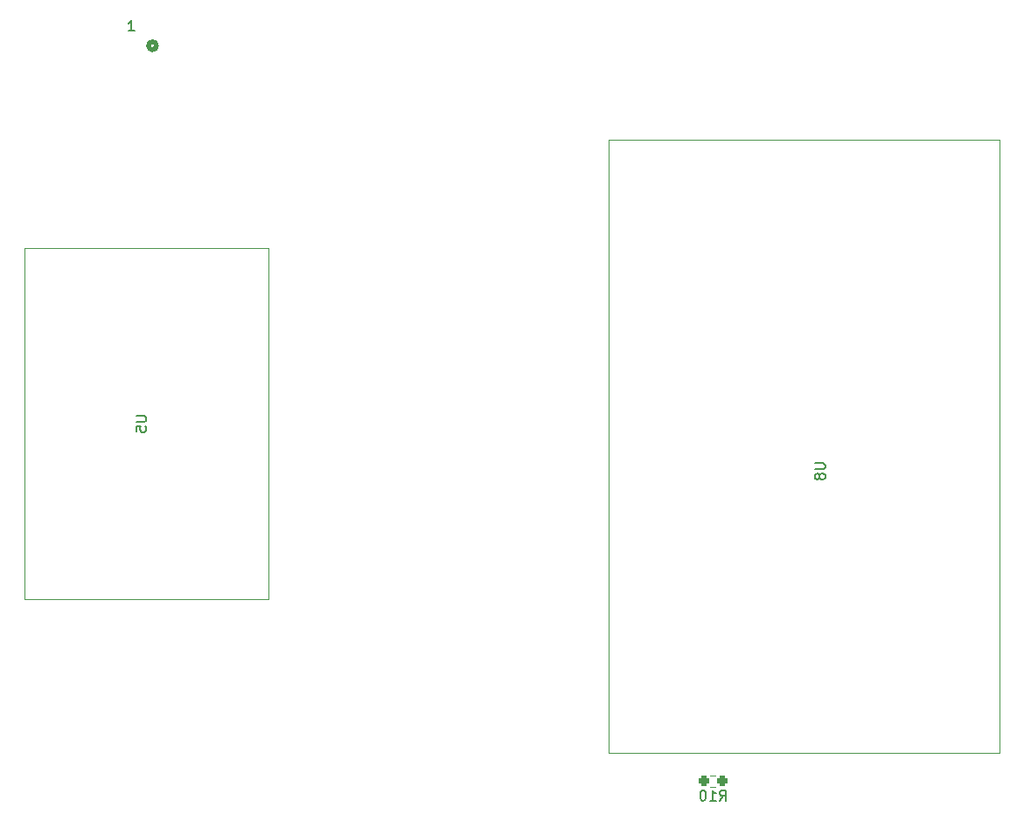
<source format=gbo>
%TF.GenerationSoftware,KiCad,Pcbnew,8.0.4*%
%TF.CreationDate,2025-01-10T12:27:39-08:00*%
%TF.ProjectId,X17-Power-Slab-Master,5831372d-506f-4776-9572-2d536c61622d,rev?*%
%TF.SameCoordinates,Original*%
%TF.FileFunction,Legend,Bot*%
%TF.FilePolarity,Positive*%
%FSLAX46Y46*%
G04 Gerber Fmt 4.6, Leading zero omitted, Abs format (unit mm)*
G04 Created by KiCad (PCBNEW 8.0.4) date 2025-01-10 12:27:39*
%MOMM*%
%LPD*%
G01*
G04 APERTURE LIST*
G04 Aperture macros list*
%AMRoundRect*
0 Rectangle with rounded corners*
0 $1 Rounding radius*
0 $2 $3 $4 $5 $6 $7 $8 $9 X,Y pos of 4 corners*
0 Add a 4 corners polygon primitive as box body*
4,1,4,$2,$3,$4,$5,$6,$7,$8,$9,$2,$3,0*
0 Add four circle primitives for the rounded corners*
1,1,$1+$1,$2,$3*
1,1,$1+$1,$4,$5*
1,1,$1+$1,$6,$7*
1,1,$1+$1,$8,$9*
0 Add four rect primitives between the rounded corners*
20,1,$1+$1,$2,$3,$4,$5,0*
20,1,$1+$1,$4,$5,$6,$7,0*
20,1,$1+$1,$6,$7,$8,$9,0*
20,1,$1+$1,$8,$9,$2,$3,0*%
G04 Aperture macros list end*
%ADD10C,0.150000*%
%ADD11C,0.152400*%
%ADD12C,0.508000*%
%ADD13C,0.100000*%
%ADD14C,0.120000*%
%ADD15C,1.734000*%
%ADD16RoundRect,0.102000X-0.765000X-0.765000X0.765000X-0.765000X0.765000X0.765000X-0.765000X0.765000X0*%
%ADD17C,3.200000*%
%ADD18R,1.700000X1.700000*%
%ADD19O,1.700000X1.700000*%
%ADD20C,2.032000*%
%ADD21C,3.500000*%
%ADD22RoundRect,0.237500X-0.250000X-0.237500X0.250000X-0.237500X0.250000X0.237500X-0.250000X0.237500X0*%
%ADD23C,2.600000*%
%ADD24C,3.100000*%
%ADD25C,1.600000*%
%ADD26C,3.810000*%
G04 APERTURE END LIST*
D10*
X83673714Y-50454819D02*
X83102286Y-50454819D01*
X83388000Y-50454819D02*
X83388000Y-49454819D01*
X83388000Y-49454819D02*
X83292762Y-49597676D01*
X83292762Y-49597676D02*
X83197524Y-49692914D01*
X83197524Y-49692914D02*
X83102286Y-49740533D01*
D11*
X83834694Y-87768095D02*
X84644217Y-87768095D01*
X84644217Y-87768095D02*
X84739455Y-87815714D01*
X84739455Y-87815714D02*
X84787075Y-87863333D01*
X84787075Y-87863333D02*
X84834694Y-87958571D01*
X84834694Y-87958571D02*
X84834694Y-88149047D01*
X84834694Y-88149047D02*
X84787075Y-88244285D01*
X84787075Y-88244285D02*
X84739455Y-88291904D01*
X84739455Y-88291904D02*
X84644217Y-88339523D01*
X84644217Y-88339523D02*
X83834694Y-88339523D01*
X83834694Y-89291904D02*
X83834694Y-88815714D01*
X83834694Y-88815714D02*
X84310884Y-88768095D01*
X84310884Y-88768095D02*
X84263265Y-88815714D01*
X84263265Y-88815714D02*
X84215646Y-88910952D01*
X84215646Y-88910952D02*
X84215646Y-89149047D01*
X84215646Y-89149047D02*
X84263265Y-89244285D01*
X84263265Y-89244285D02*
X84310884Y-89291904D01*
X84310884Y-89291904D02*
X84406122Y-89339523D01*
X84406122Y-89339523D02*
X84644217Y-89339523D01*
X84644217Y-89339523D02*
X84739455Y-89291904D01*
X84739455Y-89291904D02*
X84787075Y-89244285D01*
X84787075Y-89244285D02*
X84834694Y-89149047D01*
X84834694Y-89149047D02*
X84834694Y-88910952D01*
X84834694Y-88910952D02*
X84787075Y-88815714D01*
X84787075Y-88815714D02*
X84739455Y-88768095D01*
D10*
X140342857Y-125084819D02*
X140676190Y-124608628D01*
X140914285Y-125084819D02*
X140914285Y-124084819D01*
X140914285Y-124084819D02*
X140533333Y-124084819D01*
X140533333Y-124084819D02*
X140438095Y-124132438D01*
X140438095Y-124132438D02*
X140390476Y-124180057D01*
X140390476Y-124180057D02*
X140342857Y-124275295D01*
X140342857Y-124275295D02*
X140342857Y-124418152D01*
X140342857Y-124418152D02*
X140390476Y-124513390D01*
X140390476Y-124513390D02*
X140438095Y-124561009D01*
X140438095Y-124561009D02*
X140533333Y-124608628D01*
X140533333Y-124608628D02*
X140914285Y-124608628D01*
X139390476Y-125084819D02*
X139961904Y-125084819D01*
X139676190Y-125084819D02*
X139676190Y-124084819D01*
X139676190Y-124084819D02*
X139771428Y-124227676D01*
X139771428Y-124227676D02*
X139866666Y-124322914D01*
X139866666Y-124322914D02*
X139961904Y-124370533D01*
X138771428Y-124084819D02*
X138676190Y-124084819D01*
X138676190Y-124084819D02*
X138580952Y-124132438D01*
X138580952Y-124132438D02*
X138533333Y-124180057D01*
X138533333Y-124180057D02*
X138485714Y-124275295D01*
X138485714Y-124275295D02*
X138438095Y-124465771D01*
X138438095Y-124465771D02*
X138438095Y-124703866D01*
X138438095Y-124703866D02*
X138485714Y-124894342D01*
X138485714Y-124894342D02*
X138533333Y-124989580D01*
X138533333Y-124989580D02*
X138580952Y-125037200D01*
X138580952Y-125037200D02*
X138676190Y-125084819D01*
X138676190Y-125084819D02*
X138771428Y-125084819D01*
X138771428Y-125084819D02*
X138866666Y-125037200D01*
X138866666Y-125037200D02*
X138914285Y-124989580D01*
X138914285Y-124989580D02*
X138961904Y-124894342D01*
X138961904Y-124894342D02*
X139009523Y-124703866D01*
X139009523Y-124703866D02*
X139009523Y-124465771D01*
X139009523Y-124465771D02*
X138961904Y-124275295D01*
X138961904Y-124275295D02*
X138914285Y-124180057D01*
X138914285Y-124180057D02*
X138866666Y-124132438D01*
X138866666Y-124132438D02*
X138771428Y-124084819D01*
D11*
X149544694Y-92378095D02*
X150354217Y-92378095D01*
X150354217Y-92378095D02*
X150449455Y-92425714D01*
X150449455Y-92425714D02*
X150497075Y-92473333D01*
X150497075Y-92473333D02*
X150544694Y-92568571D01*
X150544694Y-92568571D02*
X150544694Y-92759047D01*
X150544694Y-92759047D02*
X150497075Y-92854285D01*
X150497075Y-92854285D02*
X150449455Y-92901904D01*
X150449455Y-92901904D02*
X150354217Y-92949523D01*
X150354217Y-92949523D02*
X149544694Y-92949523D01*
X149973265Y-93568571D02*
X149925646Y-93473333D01*
X149925646Y-93473333D02*
X149878027Y-93425714D01*
X149878027Y-93425714D02*
X149782789Y-93378095D01*
X149782789Y-93378095D02*
X149735170Y-93378095D01*
X149735170Y-93378095D02*
X149639932Y-93425714D01*
X149639932Y-93425714D02*
X149592313Y-93473333D01*
X149592313Y-93473333D02*
X149544694Y-93568571D01*
X149544694Y-93568571D02*
X149544694Y-93759047D01*
X149544694Y-93759047D02*
X149592313Y-93854285D01*
X149592313Y-93854285D02*
X149639932Y-93901904D01*
X149639932Y-93901904D02*
X149735170Y-93949523D01*
X149735170Y-93949523D02*
X149782789Y-93949523D01*
X149782789Y-93949523D02*
X149878027Y-93901904D01*
X149878027Y-93901904D02*
X149925646Y-93854285D01*
X149925646Y-93854285D02*
X149973265Y-93759047D01*
X149973265Y-93759047D02*
X149973265Y-93568571D01*
X149973265Y-93568571D02*
X150020884Y-93473333D01*
X150020884Y-93473333D02*
X150068503Y-93425714D01*
X150068503Y-93425714D02*
X150163741Y-93378095D01*
X150163741Y-93378095D02*
X150354217Y-93378095D01*
X150354217Y-93378095D02*
X150449455Y-93425714D01*
X150449455Y-93425714D02*
X150497075Y-93473333D01*
X150497075Y-93473333D02*
X150544694Y-93568571D01*
X150544694Y-93568571D02*
X150544694Y-93759047D01*
X150544694Y-93759047D02*
X150497075Y-93854285D01*
X150497075Y-93854285D02*
X150449455Y-93901904D01*
X150449455Y-93901904D02*
X150354217Y-93949523D01*
X150354217Y-93949523D02*
X150163741Y-93949523D01*
X150163741Y-93949523D02*
X150068503Y-93901904D01*
X150068503Y-93901904D02*
X150020884Y-93854285D01*
X150020884Y-93854285D02*
X149973265Y-93759047D01*
D12*
%TO.C,J3*%
X85801000Y-51905000D02*
G75*
G02*
X85039000Y-51905000I-381000J0D01*
G01*
X85039000Y-51905000D02*
G75*
G02*
X85801000Y-51905000I381000J0D01*
G01*
%TO.C,U5*%
D13*
X73070000Y-71510000D02*
X96690000Y-71510000D01*
X96690000Y-105550000D01*
X73070000Y-105550000D01*
X73070000Y-71510000D01*
D14*
%TO.C,R10*%
X139954724Y-122677500D02*
X139445276Y-122677500D01*
X139954724Y-123722500D02*
X139445276Y-123722500D01*
%TO.C,U8*%
D13*
X129600000Y-61050000D02*
X167400000Y-61050000D01*
X167400000Y-120450000D01*
X129600000Y-120450000D01*
X129600000Y-61050000D01*
%TD*%
%LPC*%
D15*
%TO.C,J2*%
X126500000Y-129500000D03*
X126500000Y-132000000D03*
X126500000Y-134500000D03*
X126500000Y-137000000D03*
X126500000Y-139500000D03*
X123500000Y-139500000D03*
X123500000Y-137000000D03*
X123500000Y-134500000D03*
X123500000Y-132000000D03*
X123500000Y-129500000D03*
X121000000Y-129500000D03*
X121000000Y-132000000D03*
X121000000Y-134500000D03*
X121000000Y-137000000D03*
X121000000Y-139500000D03*
X118000000Y-139500000D03*
X118000000Y-137000000D03*
X118000000Y-134500000D03*
X118000000Y-132000000D03*
X118000000Y-129500000D03*
X115500000Y-129500000D03*
X115500000Y-132000000D03*
X115500000Y-134500000D03*
X115500000Y-137000000D03*
X115500000Y-139500000D03*
X112500000Y-139500000D03*
X112500000Y-137000000D03*
X112500000Y-134500000D03*
X112500000Y-132000000D03*
X112500000Y-129500000D03*
X110000000Y-129500000D03*
X110000000Y-132000000D03*
X110000000Y-134500000D03*
X110000000Y-137000000D03*
X110000000Y-139500000D03*
X107000000Y-139500000D03*
X107000000Y-137000000D03*
X107000000Y-134500000D03*
X107000000Y-132000000D03*
X107000000Y-129500000D03*
X79240000Y-129500000D03*
X79240000Y-132000000D03*
X79240000Y-134500000D03*
X79240000Y-137000000D03*
X79240000Y-139500000D03*
X76240000Y-139500000D03*
X76240000Y-137000000D03*
X76240000Y-134500000D03*
X76240000Y-132000000D03*
X76240000Y-129500000D03*
X73740000Y-129500000D03*
X73740000Y-132000000D03*
X73740000Y-134500000D03*
X73740000Y-137000000D03*
X73740000Y-139500000D03*
X70740000Y-139500000D03*
X70740000Y-137000000D03*
X70740000Y-134500000D03*
X70740000Y-132000000D03*
X70740000Y-129500000D03*
X68240000Y-129500000D03*
X68240000Y-132000000D03*
X68240000Y-134500000D03*
X68240000Y-137000000D03*
X68240000Y-139500000D03*
X65240000Y-139500000D03*
X65240000Y-137000000D03*
X65240000Y-134500000D03*
X65240000Y-132000000D03*
X65240000Y-129500000D03*
X62740000Y-129500000D03*
X62740000Y-132000000D03*
X62740000Y-134500000D03*
X62740000Y-137000000D03*
X62740000Y-139500000D03*
X59740000Y-139500000D03*
X59740000Y-137000000D03*
X59740000Y-134500000D03*
X59740000Y-132000000D03*
X59740000Y-129500000D03*
X102190000Y-132920000D03*
X99650000Y-132920000D03*
X97110000Y-132920000D03*
X94570000Y-132920000D03*
X92030000Y-132920000D03*
X89490000Y-132920000D03*
X86950000Y-132920000D03*
X84410000Y-132920000D03*
X102190000Y-135460000D03*
X99650000Y-135460000D03*
X97110000Y-135460000D03*
X94570000Y-135460000D03*
X92030000Y-135460000D03*
X89490000Y-135460000D03*
X86950000Y-135460000D03*
X84410000Y-135460000D03*
X102190000Y-138000000D03*
X99650000Y-138000000D03*
X97110000Y-138000000D03*
X94570000Y-138000000D03*
X92030000Y-138000000D03*
X89490000Y-138000000D03*
X86950000Y-138000000D03*
D16*
X84410000Y-138000000D03*
D17*
X132000000Y-134500000D03*
X54240000Y-134500000D03*
%TD*%
D18*
%TO.C,J1*%
X126590000Y-79165000D03*
D19*
X124050000Y-79165000D03*
X121510000Y-79165000D03*
X118970000Y-79165000D03*
X116430000Y-79165000D03*
X113890000Y-79165000D03*
D18*
X126590000Y-116590000D03*
D19*
X124050000Y-116590000D03*
X121510000Y-116590000D03*
X118970000Y-116590000D03*
X116430000Y-116590000D03*
X113890000Y-116590000D03*
%TD*%
D20*
%TO.C,J3*%
X85420000Y-50000000D03*
X90500000Y-50000000D03*
X95580000Y-50000000D03*
X100660000Y-50000000D03*
X105740000Y-50000000D03*
X110820000Y-50000000D03*
%TD*%
D21*
%TO.C,U5*%
X77260000Y-74560000D03*
X84880000Y-74560000D03*
X92500000Y-74560000D03*
X92500000Y-102500000D03*
X84880000Y-102500000D03*
X77260000Y-102500000D03*
%TD*%
D22*
%TO.C,R10*%
X138787500Y-123200000D03*
X140612500Y-123200000D03*
%TD*%
D23*
%TO.C,U8*%
X140880000Y-65110000D03*
X148500000Y-65110000D03*
X156120000Y-65110000D03*
D24*
X159930000Y-115910000D03*
X156120000Y-115910000D03*
D25*
X148500000Y-116150000D03*
D24*
X140880000Y-115910000D03*
X137070000Y-115910000D03*
D25*
X154500000Y-118690000D03*
X152500000Y-118690000D03*
X150500000Y-118690000D03*
X148500000Y-118690000D03*
X146500000Y-118690000D03*
X144500000Y-118690000D03*
X142500000Y-118690000D03*
%TD*%
D26*
%TO.C,H1*%
X44500000Y-137500000D03*
%TD*%
%TO.C,H3*%
X163500000Y-137500000D03*
%TD*%
%TO.C,H1*%
X76500000Y-48500000D03*
%TD*%
%TO.C,H1*%
X76500000Y-123500000D03*
%TD*%
%TO.C,H4*%
X164000000Y-48500000D03*
%TD*%
%LPD*%
M02*

</source>
